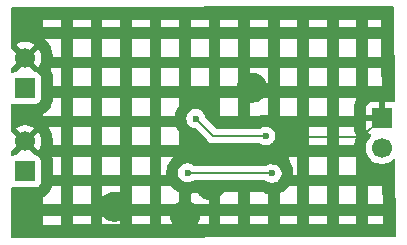
<source format=gbr>
%TF.GenerationSoftware,KiCad,Pcbnew,9.0.6*%
%TF.CreationDate,2025-12-11T09:15:32-05:00*%
%TF.ProjectId,Mini_Solar_Supply,4d696e69-5f53-46f6-9c61-725f53757070,rev?*%
%TF.SameCoordinates,Original*%
%TF.FileFunction,Copper,L2,Bot*%
%TF.FilePolarity,Positive*%
%FSLAX46Y46*%
G04 Gerber Fmt 4.6, Leading zero omitted, Abs format (unit mm)*
G04 Created by KiCad (PCBNEW 9.0.6) date 2025-12-11 09:15:32*
%MOMM*%
%LPD*%
G01*
G04 APERTURE LIST*
%TA.AperFunction,ComponentPad*%
%ADD10R,1.700000X1.700000*%
%TD*%
%TA.AperFunction,ComponentPad*%
%ADD11C,1.700000*%
%TD*%
%TA.AperFunction,ViaPad*%
%ADD12C,0.600000*%
%TD*%
%TA.AperFunction,Conductor*%
%ADD13C,0.200000*%
%TD*%
G04 APERTURE END LIST*
D10*
%TO.P,J2,1,Pin_1*%
%TO.N,/BAT_P*%
X127337200Y-132745400D03*
D11*
%TO.P,J2,2,Pin_2*%
%TO.N,GNDD*%
X127337200Y-130205400D03*
%TD*%
D10*
%TO.P,J4,1,Pin_1*%
%TO.N,/Solar_P+*%
X127346400Y-125684200D03*
D11*
%TO.P,J4,2,Pin_2*%
%TO.N,GNDD*%
X127346400Y-123144200D03*
%TD*%
D10*
%TO.P,J1,1,Pin_1*%
%TO.N,GNDD*%
X157540000Y-128214200D03*
D11*
%TO.P,J1,2,Pin_2*%
%TO.N,/OUT_P*%
X157540000Y-130754200D03*
%TD*%
D12*
%TO.N,Net-(J3-Pin_1)*%
X141782800Y-128270000D03*
X147726400Y-129743200D03*
%TO.N,GNDD*%
X148463000Y-131978400D03*
X140868400Y-136474200D03*
X149961600Y-129870200D03*
X134899400Y-135722400D03*
X146558000Y-125653800D03*
X143025600Y-133883400D03*
%TO.N,Net-(U1-FB)*%
X148252200Y-132900400D03*
X141097000Y-132867400D03*
%TD*%
D13*
%TO.N,Net-(J3-Pin_1)*%
X147726400Y-129743200D02*
X143256000Y-129743200D01*
X143256000Y-129743200D02*
X141782800Y-128270000D01*
%TO.N,GNDD*%
X157540000Y-128214200D02*
X155884000Y-129870200D01*
X155884000Y-129870200D02*
X149961600Y-129870200D01*
%TO.N,Net-(U1-FB)*%
X148252200Y-132900400D02*
X141130000Y-132900400D01*
X141130000Y-132900400D02*
X141097000Y-132867400D01*
%TD*%
%TA.AperFunction,Conductor*%
%TO.N,GNDD*%
G36*
X158541442Y-118790172D02*
G01*
X158587280Y-118842904D01*
X158598562Y-118893623D01*
X158659953Y-126751678D01*
X158640793Y-126818869D01*
X158588348Y-126865036D01*
X158519269Y-126875519D01*
X158505034Y-126871945D01*
X158504930Y-126872387D01*
X158497372Y-126870601D01*
X158437844Y-126864200D01*
X157790000Y-126864200D01*
X157790000Y-127781188D01*
X157732993Y-127748275D01*
X157605826Y-127714200D01*
X157474174Y-127714200D01*
X157347007Y-127748275D01*
X157290000Y-127781188D01*
X157290000Y-126864200D01*
X156642155Y-126864200D01*
X156582627Y-126870601D01*
X156582620Y-126870603D01*
X156447913Y-126920845D01*
X156447906Y-126920849D01*
X156332812Y-127007009D01*
X156332809Y-127007012D01*
X156246649Y-127122106D01*
X156246645Y-127122113D01*
X156196403Y-127256820D01*
X156196401Y-127256827D01*
X156190000Y-127316355D01*
X156190000Y-127964200D01*
X157106988Y-127964200D01*
X157074075Y-128021207D01*
X157040000Y-128148374D01*
X157040000Y-128280026D01*
X157074075Y-128407193D01*
X157106988Y-128464200D01*
X156190000Y-128464200D01*
X156190000Y-129112044D01*
X156196401Y-129171572D01*
X156196403Y-129171579D01*
X156246645Y-129306286D01*
X156246649Y-129306293D01*
X156332809Y-129421387D01*
X156332812Y-129421390D01*
X156447906Y-129507550D01*
X156447913Y-129507554D01*
X156579470Y-129556622D01*
X156635404Y-129598493D01*
X156659821Y-129663958D01*
X156644969Y-129732231D01*
X156623819Y-129760485D01*
X156509889Y-129874415D01*
X156384951Y-130046379D01*
X156288444Y-130235785D01*
X156222753Y-130437960D01*
X156189500Y-130647913D01*
X156189500Y-130860486D01*
X156222753Y-131070439D01*
X156288444Y-131272614D01*
X156384951Y-131462020D01*
X156509890Y-131633986D01*
X156660213Y-131784309D01*
X156832179Y-131909248D01*
X156832181Y-131909249D01*
X156832184Y-131909251D01*
X157021588Y-132005757D01*
X157223757Y-132071446D01*
X157433713Y-132104700D01*
X157433714Y-132104700D01*
X157646286Y-132104700D01*
X157646287Y-132104700D01*
X157856243Y-132071446D01*
X158058412Y-132005757D01*
X158247816Y-131909251D01*
X158387872Y-131807495D01*
X158419784Y-131784310D01*
X158419784Y-131784309D01*
X158419792Y-131784304D01*
X158487742Y-131716353D01*
X158549061Y-131682871D01*
X158618753Y-131687855D01*
X158674687Y-131729726D01*
X158699104Y-131795190D01*
X158699416Y-131803068D01*
X158749026Y-138153020D01*
X158729866Y-138220211D01*
X158677421Y-138266377D01*
X158625416Y-138277988D01*
X126260786Y-138378812D01*
X126193686Y-138359337D01*
X126147767Y-138306676D01*
X126136400Y-138254813D01*
X126136400Y-137246633D01*
X128884400Y-137246633D01*
X130386400Y-137241954D01*
X130386400Y-137238845D01*
X131384400Y-137238845D01*
X132886400Y-137234166D01*
X132886400Y-137231057D01*
X133884400Y-137231057D01*
X135386400Y-137226378D01*
X135386400Y-137223269D01*
X136384400Y-137223269D01*
X137886400Y-137218590D01*
X137886400Y-137215480D01*
X138884400Y-137215480D01*
X139830081Y-137212534D01*
X139825370Y-137206050D01*
X141911429Y-137206050D01*
X142886400Y-137203013D01*
X142886400Y-137199904D01*
X143884400Y-137199904D01*
X145386400Y-137195225D01*
X145386400Y-137192116D01*
X146384400Y-137192116D01*
X147886400Y-137187437D01*
X147886400Y-137184327D01*
X148884400Y-137184327D01*
X150386400Y-137179649D01*
X150386400Y-137176539D01*
X151384400Y-137176539D01*
X152886400Y-137171860D01*
X152886400Y-137168751D01*
X153884400Y-137168751D01*
X155386400Y-137164072D01*
X155386400Y-137160963D01*
X156384400Y-137160963D01*
X157617211Y-137157123D01*
X157612223Y-136518592D01*
X156384400Y-136518592D01*
X156384400Y-137160963D01*
X155386400Y-137160963D01*
X155386400Y-136518592D01*
X153884400Y-136518592D01*
X153884400Y-137168751D01*
X152886400Y-137168751D01*
X152886400Y-136518592D01*
X151384400Y-136518592D01*
X151384400Y-137176539D01*
X150386400Y-137176539D01*
X150386400Y-136518592D01*
X148884400Y-136518592D01*
X148884400Y-137184327D01*
X147886400Y-137184327D01*
X147886400Y-136518592D01*
X146384400Y-136518592D01*
X146384400Y-137192116D01*
X145386400Y-137192116D01*
X145386400Y-136518592D01*
X143884400Y-136518592D01*
X143884400Y-137199904D01*
X142886400Y-137199904D01*
X142886400Y-136518592D01*
X142142400Y-136518592D01*
X142142400Y-136564707D01*
X142140873Y-136584105D01*
X142112556Y-136762890D01*
X142108014Y-136781810D01*
X142052078Y-136953965D01*
X142044632Y-136971942D01*
X141962453Y-137133226D01*
X141952286Y-137149816D01*
X141911429Y-137206050D01*
X139825370Y-137206050D01*
X139784514Y-137149816D01*
X139774347Y-137133226D01*
X139692168Y-136971942D01*
X139684722Y-136953965D01*
X139628786Y-136781810D01*
X139624244Y-136762890D01*
X139595927Y-136584105D01*
X139594400Y-136564707D01*
X139594400Y-136518592D01*
X138884400Y-136518592D01*
X138884400Y-137215480D01*
X137886400Y-137215480D01*
X137886400Y-136518592D01*
X136384400Y-136518592D01*
X136384400Y-137223269D01*
X135386400Y-137223269D01*
X135386400Y-136903081D01*
X135379165Y-136906078D01*
X135207010Y-136962014D01*
X135188090Y-136966556D01*
X135009305Y-136994873D01*
X134989907Y-136996400D01*
X134808893Y-136996400D01*
X134789495Y-136994873D01*
X134610710Y-136966556D01*
X134591790Y-136962014D01*
X134419635Y-136906078D01*
X134401658Y-136898632D01*
X134240374Y-136816453D01*
X134223784Y-136806286D01*
X134077340Y-136699889D01*
X134062544Y-136687252D01*
X133934548Y-136559256D01*
X133921911Y-136544460D01*
X133903117Y-136518592D01*
X133884400Y-136518592D01*
X133884400Y-137231057D01*
X132886400Y-137231057D01*
X132886400Y-136518592D01*
X131384400Y-136518592D01*
X131384400Y-137238845D01*
X130386400Y-137238845D01*
X130386400Y-136518592D01*
X128884400Y-136518592D01*
X128884400Y-137246633D01*
X126136400Y-137246633D01*
X126136400Y-134927909D01*
X128884400Y-134927909D01*
X128884400Y-135520592D01*
X130386400Y-135520592D01*
X131384400Y-135520592D01*
X132886400Y-135520592D01*
X136384400Y-135520592D01*
X137886400Y-135520592D01*
X138884400Y-135520592D01*
X140020300Y-135520592D01*
X140031544Y-135509348D01*
X140046340Y-135496711D01*
X140192784Y-135390314D01*
X140209374Y-135380147D01*
X140370658Y-135297968D01*
X140386400Y-135291447D01*
X140386400Y-134643966D01*
X141384400Y-134643966D01*
X141384400Y-135307270D01*
X141527426Y-135380147D01*
X141544016Y-135390314D01*
X141690460Y-135496711D01*
X141705256Y-135509348D01*
X141716500Y-135520592D01*
X142886400Y-135520592D01*
X142886400Y-135151233D01*
X142736910Y-135127556D01*
X142717990Y-135123014D01*
X142545835Y-135067078D01*
X142527858Y-135059632D01*
X142366574Y-134977453D01*
X142349984Y-134967286D01*
X142203540Y-134860889D01*
X142188744Y-134848252D01*
X142166800Y-134826308D01*
X143884400Y-134826308D01*
X143884400Y-135520592D01*
X145386400Y-135520592D01*
X146384400Y-135520592D01*
X147886400Y-135520592D01*
X147886400Y-134661371D01*
X147799965Y-134644179D01*
X147794023Y-134642845D01*
X147758297Y-134633895D01*
X147752433Y-134632272D01*
X147705538Y-134618046D01*
X147699760Y-134616137D01*
X147665099Y-134603735D01*
X147659422Y-134601545D01*
X147620000Y-134585216D01*
X148884400Y-134585216D01*
X148884400Y-135520592D01*
X150386400Y-135520592D01*
X151384400Y-135520592D01*
X152886400Y-135520592D01*
X153884400Y-135520592D01*
X155386400Y-135520592D01*
X156384400Y-135520592D01*
X157604427Y-135520592D01*
X157592692Y-134018592D01*
X156384400Y-134018592D01*
X156384400Y-135520592D01*
X155386400Y-135520592D01*
X155386400Y-134018592D01*
X153884400Y-134018592D01*
X153884400Y-135520592D01*
X152886400Y-135520592D01*
X152886400Y-134018592D01*
X151384400Y-134018592D01*
X151384400Y-135520592D01*
X150386400Y-135520592D01*
X150386400Y-134018592D01*
X149665842Y-134018592D01*
X149664745Y-134020071D01*
X149661001Y-134024869D01*
X149629912Y-134062751D01*
X149625938Y-134067358D01*
X149601207Y-134094645D01*
X149597009Y-134099054D01*
X149450854Y-134245209D01*
X149446445Y-134249407D01*
X149419158Y-134274138D01*
X149414551Y-134278112D01*
X149376669Y-134309201D01*
X149371871Y-134312945D01*
X149342298Y-134334878D01*
X149337322Y-134338383D01*
X149165463Y-134453216D01*
X149160318Y-134456474D01*
X149128725Y-134475409D01*
X149123430Y-134478408D01*
X149080209Y-134501509D01*
X149074774Y-134504245D01*
X149041492Y-134519986D01*
X149035928Y-134522452D01*
X148884400Y-134585216D01*
X147620000Y-134585216D01*
X147468472Y-134522452D01*
X147462908Y-134519986D01*
X147429626Y-134504245D01*
X147424191Y-134501509D01*
X147419310Y-134498900D01*
X146384400Y-134498900D01*
X146384400Y-135520592D01*
X145386400Y-135520592D01*
X145386400Y-134498900D01*
X144141830Y-134498900D01*
X144119652Y-134542427D01*
X144109486Y-134559016D01*
X144003089Y-134705460D01*
X143990452Y-134720256D01*
X143884400Y-134826308D01*
X142166800Y-134826308D01*
X142060748Y-134720256D01*
X142048111Y-134705460D01*
X141941714Y-134559016D01*
X141931548Y-134542427D01*
X141909370Y-134498900D01*
X141857918Y-134498900D01*
X141689778Y-134568545D01*
X141684101Y-134570735D01*
X141649440Y-134583137D01*
X141643662Y-134585046D01*
X141596767Y-134599272D01*
X141590903Y-134600895D01*
X141555177Y-134609845D01*
X141549235Y-134611179D01*
X141384400Y-134643966D01*
X140386400Y-134643966D01*
X140386400Y-134519742D01*
X140313272Y-134489453D01*
X140307708Y-134486986D01*
X140274426Y-134471245D01*
X140268991Y-134468509D01*
X140225770Y-134445408D01*
X140220475Y-134442409D01*
X140188882Y-134423474D01*
X140183737Y-134420216D01*
X140011878Y-134305383D01*
X140006902Y-134301878D01*
X139977329Y-134279945D01*
X139972531Y-134276201D01*
X139934649Y-134245112D01*
X139930042Y-134241138D01*
X139902755Y-134216407D01*
X139898346Y-134212209D01*
X139752191Y-134066054D01*
X139747993Y-134061645D01*
X139723262Y-134034358D01*
X139719288Y-134029751D01*
X139710130Y-134018592D01*
X138884400Y-134018592D01*
X138884400Y-135520592D01*
X137886400Y-135520592D01*
X137886400Y-134018592D01*
X136384400Y-134018592D01*
X136384400Y-135520592D01*
X132886400Y-135520592D01*
X132886400Y-134951969D01*
X133884400Y-134951969D01*
X133921911Y-134900340D01*
X133934548Y-134885544D01*
X134062544Y-134757548D01*
X134077340Y-134744911D01*
X134223784Y-134638514D01*
X134240374Y-134628347D01*
X134401658Y-134546168D01*
X134419635Y-134538722D01*
X134591790Y-134482786D01*
X134610710Y-134478244D01*
X134789495Y-134449927D01*
X134808893Y-134448400D01*
X134989907Y-134448400D01*
X135009305Y-134449927D01*
X135188090Y-134478244D01*
X135207010Y-134482786D01*
X135379165Y-134538722D01*
X135386400Y-134541718D01*
X135386400Y-134018592D01*
X133884400Y-134018592D01*
X133884400Y-134951969D01*
X132886400Y-134951969D01*
X132886400Y-134018592D01*
X131384400Y-134018592D01*
X131384400Y-135520592D01*
X130386400Y-135520592D01*
X130386400Y-134018592D01*
X129628561Y-134018592D01*
X129627271Y-134022412D01*
X129553613Y-134219902D01*
X129550225Y-134228082D01*
X129527967Y-134276819D01*
X129524005Y-134284733D01*
X129489828Y-134347323D01*
X129485310Y-134354937D01*
X129456346Y-134400004D01*
X129451298Y-134407274D01*
X129322314Y-134579573D01*
X129316761Y-134586464D01*
X129281681Y-134626949D01*
X129275649Y-134633428D01*
X129225228Y-134683849D01*
X129218749Y-134689881D01*
X129178264Y-134724961D01*
X129171373Y-134730514D01*
X128999074Y-134859498D01*
X128991804Y-134864546D01*
X128946737Y-134893510D01*
X128939123Y-134898028D01*
X128884400Y-134927909D01*
X126136400Y-134927909D01*
X126136400Y-134177333D01*
X126156085Y-134110294D01*
X126208889Y-134064539D01*
X126278047Y-134054595D01*
X126303733Y-134061151D01*
X126379717Y-134089491D01*
X126379716Y-134089491D01*
X126386644Y-134090235D01*
X126439327Y-134095900D01*
X128235072Y-134095899D01*
X128294683Y-134089491D01*
X128429531Y-134039196D01*
X128544746Y-133952946D01*
X128630996Y-133837731D01*
X128681291Y-133702883D01*
X128687700Y-133643273D01*
X128687699Y-131847528D01*
X128681291Y-131787917D01*
X128679945Y-131784309D01*
X128630997Y-131653071D01*
X128630993Y-131653064D01*
X128544747Y-131537855D01*
X128544744Y-131537852D01*
X128519016Y-131518592D01*
X129642752Y-131518592D01*
X129643353Y-131520572D01*
X129645368Y-131528048D01*
X129659716Y-131588763D01*
X129661261Y-131596355D01*
X129669172Y-131642560D01*
X129670241Y-131650233D01*
X129681412Y-131754155D01*
X129681723Y-131757464D01*
X129683335Y-131777501D01*
X129683557Y-131780813D01*
X129684986Y-131807495D01*
X129685119Y-131810813D01*
X129685655Y-131830864D01*
X129685699Y-131834178D01*
X129685700Y-133020592D01*
X130386400Y-133020592D01*
X131384400Y-133020592D01*
X132886400Y-133020592D01*
X133884400Y-133020592D01*
X135386400Y-133020592D01*
X136384400Y-133020592D01*
X137886400Y-133020592D01*
X138884400Y-133020592D01*
X139300994Y-133020592D01*
X139300903Y-133019667D01*
X139300455Y-133013597D01*
X139298649Y-132976825D01*
X139298500Y-132970742D01*
X139298500Y-132788553D01*
X140296500Y-132788553D01*
X140296500Y-132946246D01*
X140327261Y-133100889D01*
X140327264Y-133100901D01*
X140387602Y-133246572D01*
X140387609Y-133246585D01*
X140475210Y-133377688D01*
X140475213Y-133377692D01*
X140586707Y-133489186D01*
X140586711Y-133489189D01*
X140717814Y-133576790D01*
X140717827Y-133576797D01*
X140863498Y-133637135D01*
X140863503Y-133637137D01*
X141018153Y-133667899D01*
X141018156Y-133667900D01*
X141018158Y-133667900D01*
X141175844Y-133667900D01*
X141175845Y-133667899D01*
X141330497Y-133637137D01*
X141476179Y-133576794D01*
X141558486Y-133521797D01*
X141625163Y-133500920D01*
X141627377Y-133500900D01*
X147672434Y-133500900D01*
X147739473Y-133520585D01*
X147741325Y-133521798D01*
X147873014Y-133609790D01*
X147873027Y-133609797D01*
X147953871Y-133643283D01*
X148018703Y-133670137D01*
X148173353Y-133700899D01*
X148173356Y-133700900D01*
X148173358Y-133700900D01*
X148331044Y-133700900D01*
X148331045Y-133700899D01*
X148485697Y-133670137D01*
X148631379Y-133609794D01*
X148762489Y-133522189D01*
X148873989Y-133410689D01*
X148961594Y-133279579D01*
X149021937Y-133133897D01*
X149052700Y-132979242D01*
X149052700Y-132821558D01*
X149052700Y-132821555D01*
X149052699Y-132821553D01*
X149032738Y-132721203D01*
X149021937Y-132666903D01*
X149021935Y-132666898D01*
X148961597Y-132521227D01*
X148961590Y-132521214D01*
X148873989Y-132390111D01*
X148873986Y-132390107D01*
X148762492Y-132278613D01*
X148762488Y-132278610D01*
X148631385Y-132191009D01*
X148631372Y-132191002D01*
X148485701Y-132130664D01*
X148485689Y-132130661D01*
X148331045Y-132099900D01*
X148331042Y-132099900D01*
X148173358Y-132099900D01*
X148173355Y-132099900D01*
X148018710Y-132130661D01*
X148018698Y-132130664D01*
X147873027Y-132191002D01*
X147873014Y-132191009D01*
X147741325Y-132279002D01*
X147674647Y-132299880D01*
X147672434Y-132299900D01*
X141712941Y-132299900D01*
X141645902Y-132280215D01*
X141625260Y-132263581D01*
X141607292Y-132245613D01*
X141607288Y-132245610D01*
X141476185Y-132158009D01*
X141476172Y-132158002D01*
X141330501Y-132097664D01*
X141330489Y-132097661D01*
X141175845Y-132066900D01*
X141175842Y-132066900D01*
X141018158Y-132066900D01*
X141018155Y-132066900D01*
X140863510Y-132097661D01*
X140863498Y-132097664D01*
X140717827Y-132158002D01*
X140717814Y-132158009D01*
X140586711Y-132245610D01*
X140586707Y-132245613D01*
X140475213Y-132357107D01*
X140475210Y-132357111D01*
X140387609Y-132488214D01*
X140387602Y-132488227D01*
X140327264Y-132633898D01*
X140327261Y-132633910D01*
X140296500Y-132788553D01*
X139298500Y-132788553D01*
X139298500Y-132764058D01*
X139298649Y-132757975D01*
X139300455Y-132721203D01*
X139300903Y-132715133D01*
X139305706Y-132666361D01*
X139306451Y-132660320D01*
X139311855Y-132623889D01*
X139312896Y-132617892D01*
X139353221Y-132415165D01*
X139354555Y-132409223D01*
X139363505Y-132373497D01*
X139365128Y-132367633D01*
X139379354Y-132320738D01*
X139381263Y-132314960D01*
X139393665Y-132280299D01*
X139395855Y-132274622D01*
X139474948Y-132083672D01*
X139477414Y-132078108D01*
X139493155Y-132044826D01*
X139495891Y-132039391D01*
X139518992Y-131996170D01*
X139521991Y-131990875D01*
X139540926Y-131959282D01*
X139544184Y-131954137D01*
X139659017Y-131782278D01*
X139662522Y-131777302D01*
X139684455Y-131747729D01*
X139688199Y-131742931D01*
X139719288Y-131705049D01*
X139723262Y-131700442D01*
X139747993Y-131673155D01*
X139752191Y-131668746D01*
X139898346Y-131522591D01*
X139902546Y-131518592D01*
X149653162Y-131518592D01*
X149702614Y-131670790D01*
X149707156Y-131689710D01*
X149735473Y-131868495D01*
X149736772Y-131885003D01*
X149805016Y-131987137D01*
X149808274Y-131992282D01*
X149827209Y-132023875D01*
X149830208Y-132029170D01*
X149853309Y-132072391D01*
X149856045Y-132077826D01*
X149871786Y-132111108D01*
X149874252Y-132116672D01*
X149953345Y-132307622D01*
X149955535Y-132313299D01*
X149967937Y-132347960D01*
X149969846Y-132353738D01*
X149984072Y-132400633D01*
X149985695Y-132406497D01*
X149994645Y-132442223D01*
X149995979Y-132448165D01*
X150036304Y-132650892D01*
X150037345Y-132656889D01*
X150042749Y-132693320D01*
X150043494Y-132699361D01*
X150048297Y-132748133D01*
X150048745Y-132754203D01*
X150050551Y-132790975D01*
X150050700Y-132797058D01*
X150050700Y-133003742D01*
X150050551Y-133009825D01*
X150050022Y-133020592D01*
X150386400Y-133020592D01*
X151384400Y-133020592D01*
X152886400Y-133020592D01*
X153884400Y-133020592D01*
X155386400Y-133020592D01*
X155386400Y-131699955D01*
X155375846Y-131677061D01*
X155373891Y-131672592D01*
X155358893Y-131636375D01*
X155357121Y-131631847D01*
X155346936Y-131604237D01*
X155345342Y-131599640D01*
X155319008Y-131518592D01*
X153884400Y-131518592D01*
X153884400Y-133020592D01*
X152886400Y-133020592D01*
X152886400Y-131518592D01*
X151384400Y-131518592D01*
X151384400Y-133020592D01*
X150386400Y-133020592D01*
X150386400Y-131518592D01*
X149653162Y-131518592D01*
X139902546Y-131518592D01*
X138884400Y-131518592D01*
X138884400Y-133020592D01*
X137886400Y-133020592D01*
X137886400Y-131518592D01*
X136384400Y-131518592D01*
X136384400Y-133020592D01*
X135386400Y-133020592D01*
X135386400Y-131518592D01*
X133884400Y-131518592D01*
X133884400Y-133020592D01*
X132886400Y-133020592D01*
X132886400Y-131518592D01*
X131384400Y-131518592D01*
X131384400Y-133020592D01*
X130386400Y-133020592D01*
X130386400Y-131518592D01*
X129642752Y-131518592D01*
X128519016Y-131518592D01*
X128429535Y-131451606D01*
X128429528Y-131451602D01*
X128294682Y-131401308D01*
X128294683Y-131401308D01*
X128235083Y-131394901D01*
X128235081Y-131394900D01*
X128235073Y-131394900D01*
X128235065Y-131394900D01*
X128224509Y-131394900D01*
X128157470Y-131375215D01*
X128136828Y-131358581D01*
X127466608Y-130688362D01*
X127530193Y-130671325D01*
X127644207Y-130605499D01*
X127737299Y-130512407D01*
X127803125Y-130398393D01*
X127820162Y-130334808D01*
X128452470Y-130967117D01*
X128452470Y-130967116D01*
X128491822Y-130912954D01*
X128588295Y-130723617D01*
X128653957Y-130521530D01*
X128653957Y-130521527D01*
X128687200Y-130311646D01*
X128687200Y-130099153D01*
X128653957Y-129889272D01*
X128653957Y-129889269D01*
X128588295Y-129687182D01*
X128491824Y-129497849D01*
X128452470Y-129443682D01*
X128452469Y-129443682D01*
X127820162Y-130075990D01*
X127803125Y-130012407D01*
X127737299Y-129898393D01*
X127644207Y-129805301D01*
X127530193Y-129739475D01*
X127466609Y-129722437D01*
X128098916Y-129090128D01*
X128044750Y-129050775D01*
X127981588Y-129018592D01*
X129367382Y-129018592D01*
X129369848Y-129022995D01*
X129372144Y-129027290D01*
X129486414Y-129251554D01*
X129488540Y-129255937D01*
X129500869Y-129282681D01*
X129502819Y-129287139D01*
X129517821Y-129323355D01*
X129519596Y-129327891D01*
X129529795Y-129355536D01*
X129531391Y-129360137D01*
X129609174Y-129599530D01*
X129610589Y-129604194D01*
X129618591Y-129632571D01*
X129619821Y-129637287D01*
X129628969Y-129675404D01*
X129630011Y-129680156D01*
X129635751Y-129709019D01*
X129636606Y-129713807D01*
X129675977Y-129962380D01*
X129676645Y-129967204D01*
X129680105Y-129996438D01*
X129680581Y-130001275D01*
X129683659Y-130040354D01*
X129683946Y-130045219D01*
X129685104Y-130074671D01*
X129685200Y-130079543D01*
X129685200Y-130331257D01*
X129685104Y-130336129D01*
X129683946Y-130365581D01*
X129683659Y-130370446D01*
X129680581Y-130409525D01*
X129680105Y-130414362D01*
X129676645Y-130443596D01*
X129675977Y-130448420D01*
X129664546Y-130520592D01*
X130386400Y-130520592D01*
X131384400Y-130520592D01*
X132886400Y-130520592D01*
X133884400Y-130520592D01*
X135386400Y-130520592D01*
X136384400Y-130520592D01*
X137886400Y-130520592D01*
X138884400Y-130520592D01*
X140386400Y-130520592D01*
X140386400Y-129409579D01*
X140373999Y-129394469D01*
X140370255Y-129389671D01*
X140348322Y-129360098D01*
X140344817Y-129355122D01*
X140229984Y-129183263D01*
X140226726Y-129178118D01*
X140207791Y-129146525D01*
X140204792Y-129141230D01*
X140181691Y-129098009D01*
X140178955Y-129092574D01*
X140163214Y-129059292D01*
X140160748Y-129053728D01*
X140146195Y-129018592D01*
X138884400Y-129018592D01*
X138884400Y-130520592D01*
X137886400Y-130520592D01*
X137886400Y-129018592D01*
X136384400Y-129018592D01*
X136384400Y-130520592D01*
X135386400Y-130520592D01*
X135386400Y-129018592D01*
X133884400Y-129018592D01*
X133884400Y-130520592D01*
X132886400Y-130520592D01*
X132886400Y-129018592D01*
X131384400Y-129018592D01*
X131384400Y-130520592D01*
X130386400Y-130520592D01*
X130386400Y-129018592D01*
X129367382Y-129018592D01*
X127981588Y-129018592D01*
X127855417Y-128954304D01*
X127653329Y-128888642D01*
X127443446Y-128855400D01*
X127230954Y-128855400D01*
X127021072Y-128888642D01*
X127021069Y-128888642D01*
X126818982Y-128954304D01*
X126629639Y-129050780D01*
X126575482Y-129090127D01*
X126575482Y-129090128D01*
X127207791Y-129722437D01*
X127144207Y-129739475D01*
X127030193Y-129805301D01*
X126937101Y-129898393D01*
X126871275Y-130012407D01*
X126854237Y-130075991D01*
X126204303Y-129426057D01*
X126201745Y-129425520D01*
X126151991Y-129376466D01*
X126136400Y-129316270D01*
X126136400Y-128191153D01*
X140982300Y-128191153D01*
X140982300Y-128348846D01*
X141013061Y-128503489D01*
X141013064Y-128503501D01*
X141073402Y-128649172D01*
X141073409Y-128649185D01*
X141161010Y-128780288D01*
X141161013Y-128780292D01*
X141272507Y-128891786D01*
X141272511Y-128891789D01*
X141403614Y-128979390D01*
X141403627Y-128979397D01*
X141534984Y-129033806D01*
X141549303Y-129039737D01*
X141604820Y-129050780D01*
X141704649Y-129070638D01*
X141766560Y-129103023D01*
X141768139Y-129104574D01*
X142771139Y-130107574D01*
X142771149Y-130107585D01*
X142775479Y-130111915D01*
X142775480Y-130111916D01*
X142887284Y-130223720D01*
X142887286Y-130223721D01*
X142887290Y-130223724D01*
X143024209Y-130302773D01*
X143024216Y-130302777D01*
X143136019Y-130332734D01*
X143176942Y-130343700D01*
X143176943Y-130343700D01*
X147146634Y-130343700D01*
X147213673Y-130363385D01*
X147215525Y-130364598D01*
X147347214Y-130452590D01*
X147347227Y-130452597D01*
X147488567Y-130511141D01*
X147492903Y-130512937D01*
X147647553Y-130543699D01*
X147647556Y-130543700D01*
X147647558Y-130543700D01*
X147805244Y-130543700D01*
X147805245Y-130543699D01*
X147921412Y-130520592D01*
X151384400Y-130520592D01*
X152886400Y-130520592D01*
X153884400Y-130520592D01*
X155199508Y-130520592D01*
X155200056Y-130515964D01*
X155200723Y-130511141D01*
X155240108Y-130262472D01*
X155240964Y-130257677D01*
X155246713Y-130228777D01*
X155247758Y-130224017D01*
X155256911Y-130185900D01*
X155258138Y-130181195D01*
X155266131Y-130152853D01*
X155267545Y-130148193D01*
X155345342Y-129908760D01*
X155346936Y-129904163D01*
X155357121Y-129876553D01*
X155358893Y-129872025D01*
X155373891Y-129835808D01*
X155375846Y-129831339D01*
X155385188Y-129811071D01*
X155353638Y-129753291D01*
X155349677Y-129745377D01*
X155327419Y-129696641D01*
X155324030Y-129688461D01*
X155250421Y-129491104D01*
X155247942Y-129483764D01*
X155234332Y-129438895D01*
X155232315Y-129431412D01*
X155217972Y-129370701D01*
X155216428Y-129363116D01*
X155208522Y-129316938D01*
X155207455Y-129309269D01*
X155196289Y-129205417D01*
X155195977Y-129202105D01*
X155194364Y-129182056D01*
X155194142Y-129178742D01*
X155192713Y-129152055D01*
X155192580Y-129148739D01*
X155192044Y-129128691D01*
X155192000Y-129125377D01*
X155192000Y-129018592D01*
X153884400Y-129018592D01*
X153884400Y-130520592D01*
X152886400Y-130520592D01*
X152886400Y-129018592D01*
X151384400Y-129018592D01*
X151384400Y-130520592D01*
X147921412Y-130520592D01*
X147959897Y-130512937D01*
X148105579Y-130452594D01*
X148236689Y-130364989D01*
X148348189Y-130253489D01*
X148435794Y-130122379D01*
X148496137Y-129976697D01*
X148526900Y-129822042D01*
X148526900Y-129664358D01*
X148526900Y-129664355D01*
X148526899Y-129664353D01*
X148520577Y-129632571D01*
X148496137Y-129509703D01*
X148485393Y-129483764D01*
X148435797Y-129364027D01*
X148435790Y-129364014D01*
X148348189Y-129232911D01*
X148348186Y-129232907D01*
X148236692Y-129121413D01*
X148236688Y-129121410D01*
X148105585Y-129033809D01*
X148105572Y-129033802D01*
X147959901Y-128973464D01*
X147959889Y-128973461D01*
X147805245Y-128942700D01*
X147805242Y-128942700D01*
X147647558Y-128942700D01*
X147647555Y-128942700D01*
X147492910Y-128973461D01*
X147492898Y-128973464D01*
X147347227Y-129033802D01*
X147347214Y-129033809D01*
X147215525Y-129121802D01*
X147148847Y-129142680D01*
X147146634Y-129142700D01*
X143556097Y-129142700D01*
X143489058Y-129123015D01*
X143468416Y-129106381D01*
X142617374Y-128255339D01*
X142583889Y-128194016D01*
X142583438Y-128191849D01*
X142552538Y-128036510D01*
X142552537Y-128036503D01*
X142546201Y-128021207D01*
X142545946Y-128020592D01*
X143884400Y-128020592D01*
X145386400Y-128020592D01*
X145386400Y-126916184D01*
X146384400Y-126916184D01*
X146384400Y-128020592D01*
X147196095Y-128020592D01*
X148884400Y-128020592D01*
X150386400Y-128020592D01*
X151384400Y-128020592D01*
X152886400Y-128020592D01*
X153884400Y-128020592D01*
X155192000Y-128020592D01*
X155192000Y-127303023D01*
X155192044Y-127299709D01*
X155192580Y-127279661D01*
X155192713Y-127276345D01*
X155194142Y-127249658D01*
X155194364Y-127246344D01*
X155195977Y-127226295D01*
X155196289Y-127222983D01*
X155207455Y-127119131D01*
X155208522Y-127111462D01*
X155216428Y-127065284D01*
X155217972Y-127057699D01*
X155232315Y-126996988D01*
X155234332Y-126989505D01*
X155247942Y-126944636D01*
X155250421Y-126937296D01*
X155324030Y-126739939D01*
X155327419Y-126731759D01*
X155349677Y-126683023D01*
X155353638Y-126675109D01*
X155386400Y-126615110D01*
X155386400Y-126518592D01*
X153884400Y-126518592D01*
X153884400Y-128020592D01*
X152886400Y-128020592D01*
X152886400Y-126518592D01*
X151384400Y-126518592D01*
X151384400Y-128020592D01*
X150386400Y-128020592D01*
X150386400Y-126518592D01*
X148884400Y-126518592D01*
X148884400Y-128020592D01*
X147196095Y-128020592D01*
X147226633Y-128011328D01*
X147232497Y-128009705D01*
X147268223Y-128000755D01*
X147274165Y-127999421D01*
X147476892Y-127959096D01*
X147482889Y-127958055D01*
X147519320Y-127952651D01*
X147525361Y-127951906D01*
X147574133Y-127947103D01*
X147580203Y-127946655D01*
X147616975Y-127944849D01*
X147623058Y-127944700D01*
X147829742Y-127944700D01*
X147835825Y-127944849D01*
X147872597Y-127946655D01*
X147878667Y-127947103D01*
X147886400Y-127947864D01*
X147886400Y-126518592D01*
X147494916Y-126518592D01*
X147394856Y-126618652D01*
X147380060Y-126631289D01*
X147233616Y-126737686D01*
X147217026Y-126747853D01*
X147055742Y-126830032D01*
X147037765Y-126837478D01*
X146865610Y-126893414D01*
X146846690Y-126897956D01*
X146667905Y-126926273D01*
X146648507Y-126927800D01*
X146467493Y-126927800D01*
X146448095Y-126926273D01*
X146384400Y-126916184D01*
X145386400Y-126916184D01*
X145386400Y-126518592D01*
X143884400Y-126518592D01*
X143884400Y-128020592D01*
X142545946Y-128020592D01*
X142492197Y-127890827D01*
X142492190Y-127890814D01*
X142404589Y-127759711D01*
X142404586Y-127759707D01*
X142293092Y-127648213D01*
X142293088Y-127648210D01*
X142161985Y-127560609D01*
X142161972Y-127560602D01*
X142016301Y-127500264D01*
X142016289Y-127500261D01*
X141861645Y-127469500D01*
X141861642Y-127469500D01*
X141703958Y-127469500D01*
X141703955Y-127469500D01*
X141549310Y-127500261D01*
X141549298Y-127500264D01*
X141403627Y-127560602D01*
X141403614Y-127560609D01*
X141272511Y-127648210D01*
X141272507Y-127648213D01*
X141161013Y-127759707D01*
X141161010Y-127759711D01*
X141073409Y-127890814D01*
X141073402Y-127890827D01*
X141013064Y-128036498D01*
X141013061Y-128036510D01*
X140982300Y-128191153D01*
X126136400Y-128191153D01*
X126136400Y-127871672D01*
X128884400Y-127871672D01*
X128884400Y-128020592D01*
X130386400Y-128020592D01*
X131384400Y-128020592D01*
X132886400Y-128020592D01*
X133884400Y-128020592D01*
X135386400Y-128020592D01*
X136384400Y-128020592D01*
X137886400Y-128020592D01*
X138884400Y-128020592D01*
X139998679Y-128020592D01*
X139998696Y-128020492D01*
X140039021Y-127817765D01*
X140040355Y-127811823D01*
X140049305Y-127776097D01*
X140050928Y-127770233D01*
X140065154Y-127723338D01*
X140067063Y-127717560D01*
X140079465Y-127682899D01*
X140081655Y-127677222D01*
X140160748Y-127486272D01*
X140163214Y-127480708D01*
X140178955Y-127447426D01*
X140181691Y-127441991D01*
X140204792Y-127398770D01*
X140207791Y-127393475D01*
X140226726Y-127361882D01*
X140229984Y-127356737D01*
X140344817Y-127184878D01*
X140348322Y-127179902D01*
X140370255Y-127150329D01*
X140373999Y-127145531D01*
X140386400Y-127130420D01*
X140386400Y-126518592D01*
X138884400Y-126518592D01*
X138884400Y-128020592D01*
X137886400Y-128020592D01*
X137886400Y-126518592D01*
X136384400Y-126518592D01*
X136384400Y-128020592D01*
X135386400Y-128020592D01*
X135386400Y-126518592D01*
X133884400Y-126518592D01*
X133884400Y-128020592D01*
X132886400Y-128020592D01*
X132886400Y-126518592D01*
X131384400Y-126518592D01*
X131384400Y-128020592D01*
X130386400Y-128020592D01*
X130386400Y-126518592D01*
X129694900Y-126518592D01*
X129694900Y-126595448D01*
X129694855Y-126598772D01*
X129694316Y-126618873D01*
X129694183Y-126622193D01*
X129692751Y-126648880D01*
X129692529Y-126652189D01*
X129690919Y-126672182D01*
X129690608Y-126675485D01*
X129679438Y-126779375D01*
X129678371Y-126787043D01*
X129670464Y-126833229D01*
X129668919Y-126840819D01*
X129654574Y-126901530D01*
X129652558Y-126909009D01*
X129638950Y-126953872D01*
X129636471Y-126961212D01*
X129562813Y-127158702D01*
X129559425Y-127166882D01*
X129537167Y-127215619D01*
X129533205Y-127223533D01*
X129499028Y-127286123D01*
X129494510Y-127293737D01*
X129465546Y-127338804D01*
X129460498Y-127346074D01*
X129331514Y-127518373D01*
X129325961Y-127525264D01*
X129290881Y-127565749D01*
X129284849Y-127572228D01*
X129234428Y-127622649D01*
X129227949Y-127628681D01*
X129187464Y-127663761D01*
X129180573Y-127669314D01*
X129008274Y-127798298D01*
X129001004Y-127803346D01*
X128955937Y-127832310D01*
X128948323Y-127836828D01*
X128885733Y-127871005D01*
X128884400Y-127871672D01*
X126136400Y-127871672D01*
X126136400Y-127112701D01*
X126156085Y-127045662D01*
X126208889Y-126999907D01*
X126278047Y-126989963D01*
X126303726Y-126996517D01*
X126388917Y-127028291D01*
X126448527Y-127034700D01*
X128244272Y-127034699D01*
X128303883Y-127028291D01*
X128438731Y-126977996D01*
X128553946Y-126891746D01*
X128640196Y-126776531D01*
X128690491Y-126641683D01*
X128696900Y-126582073D01*
X128696899Y-124786328D01*
X128690491Y-124726717D01*
X128687841Y-124719613D01*
X128640197Y-124591871D01*
X128640193Y-124591864D01*
X128553947Y-124476655D01*
X128553944Y-124476652D01*
X128438735Y-124390406D01*
X128438728Y-124390402D01*
X128303882Y-124340108D01*
X128303883Y-124340108D01*
X128244283Y-124333701D01*
X128244281Y-124333700D01*
X128244273Y-124333700D01*
X128244265Y-124333700D01*
X128233709Y-124333700D01*
X128166670Y-124314015D01*
X128146028Y-124297381D01*
X127934857Y-124086210D01*
X129501175Y-124086210D01*
X129533205Y-124144867D01*
X129537167Y-124152781D01*
X129559425Y-124201518D01*
X129562813Y-124209698D01*
X129636469Y-124407182D01*
X129638948Y-124414521D01*
X129652553Y-124459372D01*
X129654568Y-124466848D01*
X129668916Y-124527563D01*
X129670461Y-124535155D01*
X129678372Y-124581360D01*
X129679441Y-124589033D01*
X129690612Y-124692955D01*
X129690923Y-124696264D01*
X129692535Y-124716301D01*
X129692757Y-124719613D01*
X129694186Y-124746295D01*
X129694319Y-124749613D01*
X129694855Y-124769664D01*
X129694899Y-124772978D01*
X129694899Y-125520592D01*
X130386400Y-125520592D01*
X131384400Y-125520592D01*
X132886400Y-125520592D01*
X133884400Y-125520592D01*
X135386400Y-125520592D01*
X136384400Y-125520592D01*
X137886400Y-125520592D01*
X138884400Y-125520592D01*
X140386400Y-125520592D01*
X141384400Y-125520592D01*
X142886400Y-125520592D01*
X143884400Y-125520592D01*
X145289218Y-125520592D01*
X145313844Y-125365110D01*
X145318386Y-125346190D01*
X145374322Y-125174035D01*
X145381768Y-125156059D01*
X145386400Y-125146968D01*
X145386400Y-124391415D01*
X146384400Y-124391415D01*
X146448095Y-124381327D01*
X146467493Y-124379800D01*
X146648507Y-124379800D01*
X146667905Y-124381327D01*
X146846690Y-124409644D01*
X146865610Y-124414186D01*
X147037765Y-124470122D01*
X147055742Y-124477568D01*
X147217026Y-124559747D01*
X147233616Y-124569914D01*
X147380060Y-124676311D01*
X147394856Y-124688948D01*
X147522852Y-124816944D01*
X147535489Y-124831740D01*
X147641886Y-124978184D01*
X147652053Y-124994774D01*
X147734232Y-125156058D01*
X147741678Y-125174035D01*
X147797614Y-125346190D01*
X147802156Y-125365110D01*
X147826782Y-125520592D01*
X147886400Y-125520592D01*
X148884400Y-125520592D01*
X150386400Y-125520592D01*
X151384400Y-125520592D01*
X152886400Y-125520592D01*
X153884400Y-125520592D01*
X155386400Y-125520592D01*
X156384400Y-125520592D01*
X157526302Y-125520592D01*
X157514567Y-124018592D01*
X156384400Y-124018592D01*
X156384400Y-125520592D01*
X155386400Y-125520592D01*
X155386400Y-124018592D01*
X153884400Y-124018592D01*
X153884400Y-125520592D01*
X152886400Y-125520592D01*
X152886400Y-124018592D01*
X151384400Y-124018592D01*
X151384400Y-125520592D01*
X150386400Y-125520592D01*
X150386400Y-124018592D01*
X148884400Y-124018592D01*
X148884400Y-125520592D01*
X147886400Y-125520592D01*
X147886400Y-124018592D01*
X146384400Y-124018592D01*
X146384400Y-124391415D01*
X145386400Y-124391415D01*
X145386400Y-124018592D01*
X143884400Y-124018592D01*
X143884400Y-125520592D01*
X142886400Y-125520592D01*
X142886400Y-124018592D01*
X141384400Y-124018592D01*
X141384400Y-125520592D01*
X140386400Y-125520592D01*
X140386400Y-124018592D01*
X138884400Y-124018592D01*
X138884400Y-125520592D01*
X137886400Y-125520592D01*
X137886400Y-124018592D01*
X136384400Y-124018592D01*
X136384400Y-125520592D01*
X135386400Y-125520592D01*
X135386400Y-124018592D01*
X133884400Y-124018592D01*
X133884400Y-125520592D01*
X132886400Y-125520592D01*
X132886400Y-124018592D01*
X131384400Y-124018592D01*
X131384400Y-125520592D01*
X130386400Y-125520592D01*
X130386400Y-124018592D01*
X129529946Y-124018592D01*
X129528796Y-124021709D01*
X129527021Y-124026245D01*
X129512019Y-124062461D01*
X129510069Y-124066919D01*
X129501175Y-124086210D01*
X127934857Y-124086210D01*
X127475808Y-123627162D01*
X127539393Y-123610125D01*
X127653407Y-123544299D01*
X127746499Y-123451207D01*
X127812325Y-123337193D01*
X127829362Y-123273608D01*
X128461670Y-123905917D01*
X128461670Y-123905916D01*
X128501022Y-123851754D01*
X128597495Y-123662417D01*
X128663157Y-123460330D01*
X128663157Y-123460327D01*
X128696400Y-123250446D01*
X128696400Y-123037953D01*
X128663157Y-122828072D01*
X128663157Y-122828069D01*
X128597495Y-122625982D01*
X128501024Y-122436649D01*
X128461670Y-122382482D01*
X128461669Y-122382482D01*
X127829362Y-123014790D01*
X127812325Y-122951207D01*
X127746499Y-122837193D01*
X127653407Y-122744101D01*
X127539393Y-122678275D01*
X127475809Y-122661237D01*
X128108116Y-122028928D01*
X128053950Y-121989575D01*
X127864617Y-121893104D01*
X127662529Y-121827442D01*
X127452646Y-121794200D01*
X127240154Y-121794200D01*
X127030272Y-121827442D01*
X127030269Y-121827442D01*
X126828182Y-121893104D01*
X126638839Y-121989580D01*
X126584682Y-122028927D01*
X126584682Y-122028928D01*
X127216991Y-122661237D01*
X127153407Y-122678275D01*
X127039393Y-122744101D01*
X126946301Y-122837193D01*
X126880475Y-122951207D01*
X126863437Y-123014791D01*
X126216868Y-122368222D01*
X126201748Y-122365046D01*
X126151993Y-122315993D01*
X126136400Y-122255794D01*
X126136400Y-121518592D01*
X128987235Y-121518592D01*
X129099022Y-121581197D01*
X129138751Y-121616501D01*
X129319941Y-121865891D01*
X129322722Y-121869882D01*
X129339078Y-121894359D01*
X129341703Y-121898460D01*
X129362185Y-121931881D01*
X129364648Y-121936083D01*
X129379048Y-121961795D01*
X129381344Y-121966090D01*
X129495614Y-122190354D01*
X129497740Y-122194737D01*
X129510069Y-122221481D01*
X129512019Y-122225939D01*
X129527021Y-122262155D01*
X129528796Y-122266691D01*
X129538995Y-122294336D01*
X129540591Y-122298937D01*
X129618374Y-122538330D01*
X129619789Y-122542994D01*
X129627791Y-122571371D01*
X129629021Y-122576087D01*
X129638169Y-122614204D01*
X129639211Y-122618956D01*
X129644951Y-122647819D01*
X129645806Y-122652607D01*
X129685177Y-122901180D01*
X129685845Y-122906004D01*
X129689305Y-122935238D01*
X129689781Y-122940075D01*
X129692859Y-122979154D01*
X129693146Y-122984019D01*
X129694304Y-123013471D01*
X129694400Y-123018343D01*
X129694400Y-123020592D01*
X130386400Y-123020592D01*
X131384400Y-123020592D01*
X132886400Y-123020592D01*
X133884400Y-123020592D01*
X135386400Y-123020592D01*
X136384400Y-123020592D01*
X137886400Y-123020592D01*
X138884400Y-123020592D01*
X140386400Y-123020592D01*
X141384400Y-123020592D01*
X142886400Y-123020592D01*
X143884400Y-123020592D01*
X145386400Y-123020592D01*
X146384400Y-123020592D01*
X147886400Y-123020592D01*
X148884400Y-123020592D01*
X150386400Y-123020592D01*
X151384400Y-123020592D01*
X152886400Y-123020592D01*
X153884400Y-123020592D01*
X155386400Y-123020592D01*
X156384400Y-123020592D01*
X157506771Y-123020592D01*
X157495036Y-121518592D01*
X156384400Y-121518592D01*
X156384400Y-123020592D01*
X155386400Y-123020592D01*
X155386400Y-121518592D01*
X153884400Y-121518592D01*
X153884400Y-123020592D01*
X152886400Y-123020592D01*
X152886400Y-121518592D01*
X151384400Y-121518592D01*
X151384400Y-123020592D01*
X150386400Y-123020592D01*
X150386400Y-121518592D01*
X148884400Y-121518592D01*
X148884400Y-123020592D01*
X147886400Y-123020592D01*
X147886400Y-121518592D01*
X146384400Y-121518592D01*
X146384400Y-123020592D01*
X145386400Y-123020592D01*
X145386400Y-121518592D01*
X143884400Y-121518592D01*
X143884400Y-123020592D01*
X142886400Y-123020592D01*
X142886400Y-121518592D01*
X141384400Y-121518592D01*
X141384400Y-123020592D01*
X140386400Y-123020592D01*
X140386400Y-121518592D01*
X138884400Y-121518592D01*
X138884400Y-123020592D01*
X137886400Y-123020592D01*
X137886400Y-121518592D01*
X136384400Y-121518592D01*
X136384400Y-123020592D01*
X135386400Y-123020592D01*
X135386400Y-121518592D01*
X133884400Y-121518592D01*
X133884400Y-123020592D01*
X132886400Y-123020592D01*
X132886400Y-121518592D01*
X131384400Y-121518592D01*
X131384400Y-123020592D01*
X130386400Y-123020592D01*
X130386400Y-121518592D01*
X128987235Y-121518592D01*
X126136400Y-121518592D01*
X126136400Y-119940900D01*
X128884400Y-119940900D01*
X128884400Y-120520592D01*
X130386400Y-120520592D01*
X130386400Y-119938549D01*
X128884400Y-119940900D01*
X126136400Y-119940900D01*
X126136400Y-119936988D01*
X131384400Y-119936988D01*
X131384400Y-120520592D01*
X132886400Y-120520592D01*
X132886400Y-119934637D01*
X131384400Y-119936988D01*
X126136400Y-119936988D01*
X126136400Y-119933075D01*
X133884400Y-119933075D01*
X133884400Y-120520592D01*
X135386400Y-120520592D01*
X135386400Y-119930725D01*
X133884400Y-119933075D01*
X126136400Y-119933075D01*
X126136400Y-119929163D01*
X136384400Y-119929163D01*
X136384400Y-120520592D01*
X137886400Y-120520592D01*
X137886400Y-119926812D01*
X136384400Y-119929163D01*
X126136400Y-119929163D01*
X126136400Y-119925251D01*
X138884400Y-119925251D01*
X138884400Y-120520592D01*
X140386400Y-120520592D01*
X140386400Y-119922900D01*
X138884400Y-119925251D01*
X126136400Y-119925251D01*
X126136400Y-119921338D01*
X141384400Y-119921338D01*
X141384400Y-120520592D01*
X142886400Y-120520592D01*
X142886400Y-119918988D01*
X141384400Y-119921338D01*
X126136400Y-119921338D01*
X126136400Y-119917426D01*
X143884400Y-119917426D01*
X143884400Y-120520592D01*
X145386400Y-120520592D01*
X145386400Y-119915075D01*
X143884400Y-119917426D01*
X126136400Y-119917426D01*
X126136400Y-119913514D01*
X146384400Y-119913514D01*
X146384400Y-120520592D01*
X147886400Y-120520592D01*
X147886400Y-119911163D01*
X146384400Y-119913514D01*
X126136400Y-119913514D01*
X126136400Y-119909601D01*
X148884400Y-119909601D01*
X148884400Y-120520592D01*
X150386400Y-120520592D01*
X150386400Y-119907251D01*
X148884400Y-119909601D01*
X126136400Y-119909601D01*
X126136400Y-119905689D01*
X151384400Y-119905689D01*
X151384400Y-120520592D01*
X152886400Y-120520592D01*
X152886400Y-119903338D01*
X151384400Y-119905689D01*
X126136400Y-119905689D01*
X126136400Y-119901777D01*
X153884400Y-119901777D01*
X153884400Y-120520592D01*
X155386400Y-120520592D01*
X155386400Y-119899426D01*
X153884400Y-119901777D01*
X126136400Y-119901777D01*
X126136400Y-119897864D01*
X156384400Y-119897864D01*
X156384400Y-120520592D01*
X157487239Y-120520592D01*
X157482360Y-119896146D01*
X156384400Y-119897864D01*
X126136400Y-119897864D01*
X126136400Y-118945006D01*
X126156085Y-118877967D01*
X126208889Y-118832212D01*
X126260204Y-118821006D01*
X158474374Y-118770592D01*
X158541442Y-118790172D01*
G37*
%TD.AperFunction*%
%TA.AperFunction,Conductor*%
G36*
X126871275Y-130398393D02*
G01*
X126937101Y-130512407D01*
X127030193Y-130605499D01*
X127144207Y-130671325D01*
X127207790Y-130688362D01*
X126537570Y-131358581D01*
X126476247Y-131392066D01*
X126449898Y-131394900D01*
X126439334Y-131394900D01*
X126439323Y-131394901D01*
X126379714Y-131401309D01*
X126303732Y-131429648D01*
X126234040Y-131434632D01*
X126172717Y-131401146D01*
X126139233Y-131339822D01*
X126136400Y-131313466D01*
X126136400Y-131094528D01*
X126156085Y-131027489D01*
X126197068Y-130991976D01*
X126854237Y-130334808D01*
X126871275Y-130398393D01*
G37*
%TD.AperFunction*%
%TA.AperFunction,Conductor*%
G36*
X126880475Y-123337193D02*
G01*
X126946301Y-123451207D01*
X127039393Y-123544299D01*
X127153407Y-123610125D01*
X127216990Y-123627162D01*
X126546770Y-124297381D01*
X126485447Y-124330866D01*
X126459098Y-124333700D01*
X126448534Y-124333700D01*
X126448523Y-124333701D01*
X126388916Y-124340108D01*
X126303733Y-124371880D01*
X126234041Y-124376864D01*
X126172718Y-124343379D01*
X126139234Y-124282055D01*
X126136400Y-124255698D01*
X126136400Y-124032604D01*
X126156085Y-123965565D01*
X126208889Y-123919810D01*
X126219026Y-123918018D01*
X126863437Y-123273608D01*
X126880475Y-123337193D01*
G37*
%TD.AperFunction*%
%TD*%
M02*

</source>
